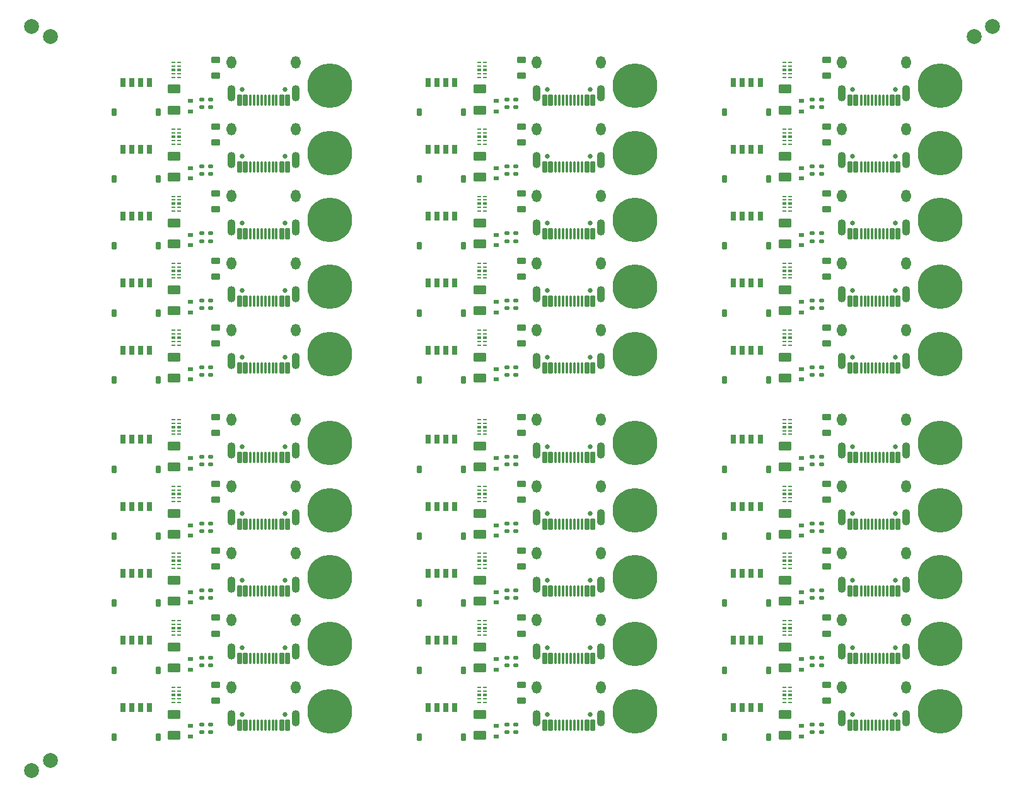
<source format=gts>
G04 #@! TF.GenerationSoftware,KiCad,Pcbnew,(6.0.11)*
G04 #@! TF.CreationDate,2023-02-11T18:44:03+01:00*
G04 #@! TF.ProjectId,udb-s-panel,7564622d-732d-4706-916e-656c2e6b6963,rev?*
G04 #@! TF.SameCoordinates,Original*
G04 #@! TF.FileFunction,Soldermask,Top*
G04 #@! TF.FilePolarity,Negative*
%FSLAX46Y46*%
G04 Gerber Fmt 4.6, Leading zero omitted, Abs format (unit mm)*
G04 Created by KiCad (PCBNEW (6.0.11)) date 2023-02-11 18:44:03*
%MOMM*%
%LPD*%
G01*
G04 APERTURE LIST*
G04 Aperture macros list*
%AMRoundRect*
0 Rectangle with rounded corners*
0 $1 Rounding radius*
0 $2 $3 $4 $5 $6 $7 $8 $9 X,Y pos of 4 corners*
0 Add a 4 corners polygon primitive as box body*
4,1,4,$2,$3,$4,$5,$6,$7,$8,$9,$2,$3,0*
0 Add four circle primitives for the rounded corners*
1,1,$1+$1,$2,$3*
1,1,$1+$1,$4,$5*
1,1,$1+$1,$6,$7*
1,1,$1+$1,$8,$9*
0 Add four rect primitives between the rounded corners*
20,1,$1+$1,$2,$3,$4,$5,0*
20,1,$1+$1,$4,$5,$6,$7,0*
20,1,$1+$1,$6,$7,$8,$9,0*
20,1,$1+$1,$8,$9,$2,$3,0*%
G04 Aperture macros list end*
%ADD10C,6.000000*%
%ADD11C,3.600000*%
%ADD12RoundRect,0.135000X0.185000X-0.135000X0.185000X0.135000X-0.185000X0.135000X-0.185000X-0.135000X0*%
%ADD13RoundRect,0.135000X-0.185000X0.135000X-0.185000X-0.135000X0.185000X-0.135000X0.185000X0.135000X0*%
%ADD14C,2.000000*%
%ADD15C,0.650000*%
%ADD16RoundRect,0.060000X0.240000X0.665000X-0.240000X0.665000X-0.240000X-0.665000X0.240000X-0.665000X0*%
%ADD17RoundRect,0.060000X0.090000X0.665000X-0.090000X0.665000X-0.090000X-0.665000X0.090000X-0.665000X0*%
%ADD18O,1.300000X1.700000*%
%ADD19O,1.100000X2.200000*%
%ADD20RoundRect,0.125000X-0.150000X0.000000X-0.150000X0.000000X0.150000X0.000000X0.150000X0.000000X0*%
%ADD21R,0.550000X0.250000*%
%ADD22R,0.550000X0.300000*%
%ADD23RoundRect,0.250000X0.625000X-0.375000X0.625000X0.375000X-0.625000X0.375000X-0.625000X-0.375000X0*%
%ADD24RoundRect,0.100000X-0.250000X-0.400000X0.250000X-0.400000X0.250000X0.400000X-0.250000X0.400000X0*%
%ADD25RoundRect,0.125000X-0.250000X-0.475000X0.250000X-0.475000X0.250000X0.475000X-0.250000X0.475000X0*%
%ADD26RoundRect,0.218750X-0.381250X0.218750X-0.381250X-0.218750X0.381250X-0.218750X0.381250X0.218750X0*%
%ADD27R,0.700000X0.600000*%
G04 APERTURE END LIST*
D10*
G04 #@! TO.C,H1*
X124498604Y10500001D03*
D11*
X124498604Y10500001D03*
G04 #@! TD*
D12*
G04 #@! TO.C,R1*
X26517352Y73667515D03*
X26517352Y74687515D03*
G04 #@! TD*
D13*
G04 #@! TO.C,R2*
X25317352Y74687515D03*
X25317352Y73667515D03*
G04 #@! TD*
G04 #@! TO.C,R2*
X25317352Y92687519D03*
X25317352Y91667519D03*
G04 #@! TD*
D12*
G04 #@! TO.C,R1*
X26517352Y82667517D03*
X26517352Y83687517D03*
G04 #@! TD*
D10*
G04 #@! TO.C,H1*
X83498603Y76500015D03*
D11*
X83498603Y76500015D03*
G04 #@! TD*
D14*
G04 #@! TO.C,REF\u002A\u002A*
X128997205Y101150020D03*
G04 #@! TD*
D13*
G04 #@! TO.C,R2*
X25317352Y17687503D03*
X25317352Y16667503D03*
G04 #@! TD*
D11*
G04 #@! TO.C,H1*
X42498602Y28500005D03*
D10*
X42498602Y28500005D03*
G04 #@! TD*
D15*
G04 #@! TO.C,J1*
X112708604Y76050015D03*
X118488604Y76050015D03*
D16*
X118823604Y74605015D03*
X118048604Y74605015D03*
D17*
X116848604Y74605015D03*
X115848604Y74605015D03*
X115348604Y74605015D03*
X114348604Y74605015D03*
D16*
X112373604Y74605015D03*
X113148604Y74605015D03*
D17*
X113848604Y74605015D03*
X114848604Y74605015D03*
X116348604Y74605015D03*
X117348604Y74605015D03*
D18*
X111278604Y79700015D03*
D19*
X119918604Y75520015D03*
X111278604Y75520015D03*
D18*
X119918604Y79700015D03*
G04 #@! TD*
D15*
G04 #@! TO.C,J1*
X36488602Y10050001D03*
X30708602Y10050001D03*
D16*
X36823602Y8605001D03*
X36048602Y8605001D03*
D17*
X34848602Y8605001D03*
X33848602Y8605001D03*
X33348602Y8605001D03*
X32348602Y8605001D03*
D16*
X30373602Y8605001D03*
X31148602Y8605001D03*
D17*
X31848602Y8605001D03*
X32848602Y8605001D03*
X34348602Y8605001D03*
X35348602Y8605001D03*
D18*
X37918602Y13700001D03*
D19*
X37918602Y9520001D03*
X29278602Y9520001D03*
D18*
X29278602Y13700001D03*
G04 #@! TD*
D10*
G04 #@! TO.C,H1*
X83498603Y67500013D03*
D11*
X83498603Y67500013D03*
G04 #@! TD*
D14*
G04 #@! TO.C,REF\u002A\u002A*
X5000000Y101150020D03*
G04 #@! TD*
D20*
G04 #@! TO.C,U1*
X21532352Y79677515D03*
D21*
X21532352Y79177515D03*
D22*
X21532352Y78677515D03*
D21*
X21532352Y78177515D03*
X21532352Y77677515D03*
X22302352Y77677515D03*
X22302352Y78177515D03*
D22*
X22302352Y78677515D03*
D21*
X22302352Y79177515D03*
X22302352Y79677515D03*
G04 #@! TD*
D23*
G04 #@! TO.C,F1*
X103617354Y91277519D03*
X103617354Y94077519D03*
G04 #@! TD*
D24*
G04 #@! TO.C,J2*
X19448602Y34000007D03*
D25*
X15898602Y38000007D03*
X17098602Y38000007D03*
X14698602Y38000007D03*
D24*
X13548602Y34000007D03*
D25*
X18298602Y38000007D03*
G04 #@! TD*
D13*
G04 #@! TO.C,R2*
X25317352Y8687501D03*
X25317352Y7667501D03*
G04 #@! TD*
D12*
G04 #@! TO.C,R1*
X67517353Y7667501D03*
X67517353Y8687501D03*
G04 #@! TD*
G04 #@! TO.C,R1*
X67517353Y34667507D03*
X67517353Y35687507D03*
G04 #@! TD*
D15*
G04 #@! TO.C,J1*
X118488604Y58050011D03*
X112708604Y58050011D03*
D16*
X118823604Y56605011D03*
X118048604Y56605011D03*
D17*
X116848604Y56605011D03*
X115848604Y56605011D03*
X115348604Y56605011D03*
X114348604Y56605011D03*
D16*
X112373604Y56605011D03*
X113148604Y56605011D03*
D17*
X113848604Y56605011D03*
X114848604Y56605011D03*
X116348604Y56605011D03*
X117348604Y56605011D03*
D19*
X119918604Y57520011D03*
X111278604Y57520011D03*
D18*
X111278604Y61700011D03*
X119918604Y61700011D03*
G04 #@! TD*
D26*
G04 #@! TO.C,FB1*
X27217352Y80040015D03*
X27217352Y77915015D03*
G04 #@! TD*
D10*
G04 #@! TO.C,H1*
X124498604Y28500005D03*
D11*
X124498604Y28500005D03*
G04 #@! TD*
G04 #@! TO.C,H1*
X42498602Y67500013D03*
D10*
X42498602Y67500013D03*
G04 #@! TD*
D11*
G04 #@! TO.C,H1*
X42498602Y37500007D03*
D10*
X42498602Y37500007D03*
G04 #@! TD*
D26*
G04 #@! TO.C,FB1*
X68217353Y89040017D03*
X68217353Y86915017D03*
G04 #@! TD*
D13*
G04 #@! TO.C,R2*
X25317352Y83687517D03*
X25317352Y82667517D03*
G04 #@! TD*
D15*
G04 #@! TO.C,J1*
X30708602Y19050003D03*
X36488602Y19050003D03*
D16*
X36823602Y17605003D03*
X36048602Y17605003D03*
D17*
X34848602Y17605003D03*
X33848602Y17605003D03*
X33348602Y17605003D03*
X32348602Y17605003D03*
D16*
X30373602Y17605003D03*
X31148602Y17605003D03*
D17*
X31848602Y17605003D03*
X32848602Y17605003D03*
X34348602Y17605003D03*
X35348602Y17605003D03*
D19*
X37918602Y18520003D03*
D18*
X29278602Y22700003D03*
D19*
X29278602Y18520003D03*
D18*
X37918602Y22700003D03*
G04 #@! TD*
D27*
G04 #@! TO.C,D1*
X64817353Y73077515D03*
X64817353Y74477515D03*
G04 #@! TD*
D25*
G04 #@! TO.C,J2*
X17098602Y77000015D03*
X14698602Y77000015D03*
D24*
X13548602Y73000015D03*
D25*
X15898602Y77000015D03*
D24*
X19448602Y73000015D03*
D25*
X18298602Y77000015D03*
G04 #@! TD*
D12*
G04 #@! TO.C,R1*
X67517353Y91667519D03*
X67517353Y92687519D03*
G04 #@! TD*
D13*
G04 #@! TO.C,R2*
X107317354Y92687519D03*
X107317354Y91667519D03*
G04 #@! TD*
D26*
G04 #@! TO.C,FB1*
X109217354Y23040003D03*
X109217354Y20915003D03*
G04 #@! TD*
G04 #@! TO.C,FB1*
X27217352Y50040009D03*
X27217352Y47915009D03*
G04 #@! TD*
D20*
G04 #@! TO.C,U1*
X62532353Y31677505D03*
D21*
X62532353Y31177505D03*
D22*
X62532353Y30677505D03*
D21*
X62532353Y30177505D03*
X62532353Y29677505D03*
X63302353Y29677505D03*
X63302353Y30177505D03*
D22*
X63302353Y30677505D03*
D21*
X63302353Y31177505D03*
X63302353Y31677505D03*
G04 #@! TD*
D15*
G04 #@! TO.C,J1*
X30708602Y58050011D03*
X36488602Y58050011D03*
D16*
X36823602Y56605011D03*
X36048602Y56605011D03*
D17*
X34848602Y56605011D03*
X33848602Y56605011D03*
X33348602Y56605011D03*
X32348602Y56605011D03*
D16*
X30373602Y56605011D03*
X31148602Y56605011D03*
D17*
X31848602Y56605011D03*
X32848602Y56605011D03*
X34348602Y56605011D03*
X35348602Y56605011D03*
D18*
X37918602Y61700011D03*
X29278602Y61700011D03*
D19*
X37918602Y57520011D03*
X29278602Y57520011D03*
G04 #@! TD*
D23*
G04 #@! TO.C,F1*
X62617353Y64277513D03*
X62617353Y67077513D03*
G04 #@! TD*
G04 #@! TO.C,F1*
X103617354Y82277517D03*
X103617354Y85077517D03*
G04 #@! TD*
D20*
G04 #@! TO.C,U1*
X103532354Y22677503D03*
D21*
X103532354Y22177503D03*
D22*
X103532354Y21677503D03*
D21*
X103532354Y21177503D03*
X103532354Y20677503D03*
X104302354Y20677503D03*
X104302354Y21177503D03*
D22*
X104302354Y21677503D03*
D21*
X104302354Y22177503D03*
X104302354Y22677503D03*
G04 #@! TD*
D20*
G04 #@! TO.C,U1*
X103532354Y88677517D03*
D21*
X103532354Y88177517D03*
D22*
X103532354Y87677517D03*
D21*
X103532354Y87177517D03*
X103532354Y86677517D03*
X104302354Y86677517D03*
X104302354Y87177517D03*
D22*
X104302354Y87677517D03*
D21*
X104302354Y88177517D03*
X104302354Y88677517D03*
G04 #@! TD*
D27*
G04 #@! TO.C,D1*
X64817353Y55077511D03*
X64817353Y56477511D03*
G04 #@! TD*
D25*
G04 #@! TO.C,J2*
X96698604Y47000009D03*
X97898604Y47000009D03*
X100298604Y47000009D03*
D24*
X95548604Y43000009D03*
D25*
X99098604Y47000009D03*
D24*
X101448604Y43000009D03*
G04 #@! TD*
D27*
G04 #@! TO.C,D1*
X105817354Y91077519D03*
X105817354Y92477519D03*
G04 #@! TD*
D13*
G04 #@! TO.C,R2*
X66317353Y44687509D03*
X66317353Y43667509D03*
G04 #@! TD*
D23*
G04 #@! TO.C,F1*
X21617352Y7277501D03*
X21617352Y10077501D03*
G04 #@! TD*
D25*
G04 #@! TO.C,J2*
X15898602Y20000003D03*
X17098602Y20000003D03*
D24*
X13548602Y16000003D03*
D25*
X14698602Y20000003D03*
D24*
X19448602Y16000003D03*
D25*
X18298602Y20000003D03*
G04 #@! TD*
D13*
G04 #@! TO.C,R2*
X66317353Y56687511D03*
X66317353Y55667511D03*
G04 #@! TD*
D12*
G04 #@! TO.C,R1*
X26517352Y7667501D03*
X26517352Y8687501D03*
G04 #@! TD*
D23*
G04 #@! TO.C,F1*
X21617352Y43277509D03*
X21617352Y46077509D03*
G04 #@! TD*
D13*
G04 #@! TO.C,R2*
X66317353Y35687507D03*
X66317353Y34667507D03*
G04 #@! TD*
G04 #@! TO.C,R2*
X25317352Y44687509D03*
X25317352Y43667509D03*
G04 #@! TD*
D15*
G04 #@! TO.C,J1*
X36488602Y76050015D03*
X30708602Y76050015D03*
D16*
X36823602Y74605015D03*
X36048602Y74605015D03*
D17*
X34848602Y74605015D03*
X33848602Y74605015D03*
X33348602Y74605015D03*
X32348602Y74605015D03*
D16*
X30373602Y74605015D03*
X31148602Y74605015D03*
D17*
X31848602Y74605015D03*
X32848602Y74605015D03*
X34348602Y74605015D03*
X35348602Y74605015D03*
D19*
X37918602Y75520015D03*
X29278602Y75520015D03*
D18*
X37918602Y79700015D03*
X29278602Y79700015D03*
G04 #@! TD*
D25*
G04 #@! TO.C,J2*
X15898602Y59000011D03*
D24*
X13548602Y55000011D03*
D25*
X14698602Y59000011D03*
X17098602Y59000011D03*
D24*
X19448602Y55000011D03*
D25*
X18298602Y59000011D03*
G04 #@! TD*
D27*
G04 #@! TO.C,D1*
X23817352Y25077505D03*
X23817352Y26477505D03*
G04 #@! TD*
D26*
G04 #@! TO.C,FB1*
X109217354Y32040005D03*
X109217354Y29915005D03*
G04 #@! TD*
D23*
G04 #@! TO.C,F1*
X21617352Y16277503D03*
X21617352Y19077503D03*
G04 #@! TD*
G04 #@! TO.C,F1*
X62617353Y43277509D03*
X62617353Y46077509D03*
G04 #@! TD*
D11*
G04 #@! TO.C,H1*
X42498602Y58500011D03*
D10*
X42498602Y58500011D03*
G04 #@! TD*
D27*
G04 #@! TO.C,D1*
X23817352Y91077519D03*
X23817352Y92477519D03*
G04 #@! TD*
D20*
G04 #@! TO.C,U1*
X21532352Y88677517D03*
D21*
X21532352Y88177517D03*
D22*
X21532352Y87677517D03*
D21*
X21532352Y87177517D03*
X21532352Y86677517D03*
X22302352Y86677517D03*
X22302352Y87177517D03*
D22*
X22302352Y87677517D03*
D21*
X22302352Y88177517D03*
X22302352Y88677517D03*
G04 #@! TD*
D26*
G04 #@! TO.C,FB1*
X68217353Y98040019D03*
X68217353Y95915019D03*
G04 #@! TD*
G04 #@! TO.C,FB1*
X27217352Y98040019D03*
X27217352Y95915019D03*
G04 #@! TD*
D27*
G04 #@! TO.C,D1*
X23817352Y7077501D03*
X23817352Y8477501D03*
G04 #@! TD*
D23*
G04 #@! TO.C,F1*
X21617352Y91277519D03*
X21617352Y94077519D03*
G04 #@! TD*
D26*
G04 #@! TO.C,FB1*
X68217353Y50040009D03*
X68217353Y47915009D03*
G04 #@! TD*
D27*
G04 #@! TO.C,D1*
X105817354Y55077511D03*
X105817354Y56477511D03*
G04 #@! TD*
G04 #@! TO.C,D1*
X23817352Y43077509D03*
X23817352Y44477509D03*
G04 #@! TD*
D12*
G04 #@! TO.C,R1*
X26517352Y34667507D03*
X26517352Y35687507D03*
G04 #@! TD*
D14*
G04 #@! TO.C,REF\u002A\u002A*
X131497205Y102500020D03*
G04 #@! TD*
D15*
G04 #@! TO.C,J1*
X77488603Y94050019D03*
X71708603Y94050019D03*
D16*
X77823603Y92605019D03*
X77048603Y92605019D03*
D17*
X75848603Y92605019D03*
X74848603Y92605019D03*
X74348603Y92605019D03*
X73348603Y92605019D03*
D16*
X71373603Y92605019D03*
X72148603Y92605019D03*
D17*
X72848603Y92605019D03*
X73848603Y92605019D03*
X75348603Y92605019D03*
X76348603Y92605019D03*
D19*
X70278603Y93520019D03*
X78918603Y93520019D03*
D18*
X70278603Y97700019D03*
X78918603Y97700019D03*
G04 #@! TD*
D15*
G04 #@! TO.C,J1*
X36488602Y37050007D03*
X30708602Y37050007D03*
D16*
X36823602Y35605007D03*
X36048602Y35605007D03*
D17*
X34848602Y35605007D03*
X33848602Y35605007D03*
X33348602Y35605007D03*
X32348602Y35605007D03*
D16*
X30373602Y35605007D03*
X31148602Y35605007D03*
D17*
X31848602Y35605007D03*
X32848602Y35605007D03*
X34348602Y35605007D03*
X35348602Y35605007D03*
D18*
X29278602Y40700007D03*
D19*
X29278602Y36520007D03*
D18*
X37918602Y40700007D03*
D19*
X37918602Y36520007D03*
G04 #@! TD*
D20*
G04 #@! TO.C,U1*
X62532353Y49677509D03*
D21*
X62532353Y49177509D03*
D22*
X62532353Y48677509D03*
D21*
X62532353Y48177509D03*
X62532353Y47677509D03*
X63302353Y47677509D03*
X63302353Y48177509D03*
D22*
X63302353Y48677509D03*
D21*
X63302353Y49177509D03*
X63302353Y49677509D03*
G04 #@! TD*
D20*
G04 #@! TO.C,U1*
X103532354Y49677509D03*
D21*
X103532354Y49177509D03*
D22*
X103532354Y48677509D03*
D21*
X103532354Y48177509D03*
X103532354Y47677509D03*
X104302354Y47677509D03*
X104302354Y48177509D03*
D22*
X104302354Y48677509D03*
D21*
X104302354Y49177509D03*
X104302354Y49677509D03*
G04 #@! TD*
D15*
G04 #@! TO.C,J1*
X77488603Y67050013D03*
X71708603Y67050013D03*
D16*
X77823603Y65605013D03*
X77048603Y65605013D03*
D17*
X75848603Y65605013D03*
X74848603Y65605013D03*
X74348603Y65605013D03*
X73348603Y65605013D03*
D16*
X71373603Y65605013D03*
X72148603Y65605013D03*
D17*
X72848603Y65605013D03*
X73848603Y65605013D03*
X75348603Y65605013D03*
X76348603Y65605013D03*
D18*
X70278603Y70700013D03*
X78918603Y70700013D03*
D19*
X78918603Y66520013D03*
X70278603Y66520013D03*
G04 #@! TD*
D12*
G04 #@! TO.C,R1*
X26517352Y55667511D03*
X26517352Y56687511D03*
G04 #@! TD*
D11*
G04 #@! TO.C,H1*
X83498603Y94500019D03*
D10*
X83498603Y94500019D03*
G04 #@! TD*
D26*
G04 #@! TO.C,FB1*
X109217354Y98040019D03*
X109217354Y95915019D03*
G04 #@! TD*
D24*
G04 #@! TO.C,J2*
X101448604Y25000005D03*
X95548604Y25000005D03*
D25*
X100298604Y29000005D03*
X99098604Y29000005D03*
X97898604Y29000005D03*
X96698604Y29000005D03*
G04 #@! TD*
D24*
G04 #@! TO.C,J2*
X95548604Y7000001D03*
D25*
X99098604Y11000001D03*
X96698604Y11000001D03*
D24*
X101448604Y7000001D03*
D25*
X97898604Y11000001D03*
X100298604Y11000001D03*
G04 #@! TD*
D10*
G04 #@! TO.C,H1*
X83498603Y58500011D03*
D11*
X83498603Y58500011D03*
G04 #@! TD*
D10*
G04 #@! TO.C,H1*
X83498603Y10500001D03*
D11*
X83498603Y10500001D03*
G04 #@! TD*
D12*
G04 #@! TO.C,R1*
X26517352Y64667513D03*
X26517352Y65687513D03*
G04 #@! TD*
D26*
G04 #@! TO.C,FB1*
X68217353Y32040005D03*
X68217353Y29915005D03*
G04 #@! TD*
G04 #@! TO.C,FB1*
X27217352Y32040005D03*
X27217352Y29915005D03*
G04 #@! TD*
D27*
G04 #@! TO.C,D1*
X23817352Y64077513D03*
X23817352Y65477513D03*
G04 #@! TD*
D24*
G04 #@! TO.C,J2*
X13548602Y82000017D03*
D25*
X15898602Y86000017D03*
X17098602Y86000017D03*
X18298602Y86000017D03*
D24*
X19448602Y82000017D03*
D25*
X14698602Y86000017D03*
G04 #@! TD*
D15*
G04 #@! TO.C,J1*
X36488602Y67050013D03*
X30708602Y67050013D03*
D16*
X36823602Y65605013D03*
X36048602Y65605013D03*
D17*
X34848602Y65605013D03*
X33848602Y65605013D03*
X33348602Y65605013D03*
X32348602Y65605013D03*
D16*
X30373602Y65605013D03*
X31148602Y65605013D03*
D17*
X31848602Y65605013D03*
X32848602Y65605013D03*
X34348602Y65605013D03*
X35348602Y65605013D03*
D18*
X29278602Y70700013D03*
D19*
X29278602Y66520013D03*
D18*
X37918602Y70700013D03*
D19*
X37918602Y66520013D03*
G04 #@! TD*
D11*
G04 #@! TO.C,H1*
X124498604Y37500007D03*
D10*
X124498604Y37500007D03*
G04 #@! TD*
D26*
G04 #@! TO.C,FB1*
X109217354Y41040007D03*
X109217354Y38915007D03*
G04 #@! TD*
D25*
G04 #@! TO.C,J2*
X15898602Y47000009D03*
D24*
X19448602Y43000009D03*
X13548602Y43000009D03*
D25*
X18298602Y47000009D03*
X17098602Y47000009D03*
X14698602Y47000009D03*
G04 #@! TD*
D26*
G04 #@! TO.C,FB1*
X27217352Y71040013D03*
X27217352Y68915013D03*
G04 #@! TD*
D27*
G04 #@! TO.C,D1*
X64817353Y43077509D03*
X64817353Y44477509D03*
G04 #@! TD*
D13*
G04 #@! TO.C,R2*
X25317352Y35687507D03*
X25317352Y34667507D03*
G04 #@! TD*
G04 #@! TO.C,R2*
X107317354Y74687515D03*
X107317354Y73667515D03*
G04 #@! TD*
D20*
G04 #@! TO.C,U1*
X103532354Y61677511D03*
D21*
X103532354Y61177511D03*
D22*
X103532354Y60677511D03*
D21*
X103532354Y60177511D03*
X103532354Y59677511D03*
X104302354Y59677511D03*
X104302354Y60177511D03*
D22*
X104302354Y60677511D03*
D21*
X104302354Y61177511D03*
X104302354Y61677511D03*
G04 #@! TD*
D10*
G04 #@! TO.C,H1*
X42498602Y76500015D03*
D11*
X42498602Y76500015D03*
G04 #@! TD*
D23*
G04 #@! TO.C,F1*
X21617352Y73277515D03*
X21617352Y76077515D03*
G04 #@! TD*
D27*
G04 #@! TO.C,D1*
X105817354Y34077507D03*
X105817354Y35477507D03*
G04 #@! TD*
D20*
G04 #@! TO.C,U1*
X62532353Y70677513D03*
D21*
X62532353Y70177513D03*
D22*
X62532353Y69677513D03*
D21*
X62532353Y69177513D03*
X62532353Y68677513D03*
X63302353Y68677513D03*
X63302353Y69177513D03*
D22*
X63302353Y69677513D03*
D21*
X63302353Y70177513D03*
X63302353Y70677513D03*
G04 #@! TD*
D10*
G04 #@! TO.C,H1*
X42498602Y10500001D03*
D11*
X42498602Y10500001D03*
G04 #@! TD*
D27*
G04 #@! TO.C,D1*
X105817354Y16077503D03*
X105817354Y17477503D03*
G04 #@! TD*
D13*
G04 #@! TO.C,R2*
X107317354Y8687501D03*
X107317354Y7667501D03*
G04 #@! TD*
D27*
G04 #@! TO.C,D1*
X105817354Y73077515D03*
X105817354Y74477515D03*
G04 #@! TD*
D15*
G04 #@! TO.C,J1*
X112708604Y85050017D03*
X118488604Y85050017D03*
D16*
X118823604Y83605017D03*
X118048604Y83605017D03*
D17*
X116848604Y83605017D03*
X115848604Y83605017D03*
X115348604Y83605017D03*
X114348604Y83605017D03*
D16*
X112373604Y83605017D03*
X113148604Y83605017D03*
D17*
X113848604Y83605017D03*
X114848604Y83605017D03*
X116348604Y83605017D03*
X117348604Y83605017D03*
D18*
X111278604Y88700017D03*
D19*
X119918604Y84520017D03*
X111278604Y84520017D03*
D18*
X119918604Y88700017D03*
G04 #@! TD*
D25*
G04 #@! TO.C,J2*
X97898604Y38000007D03*
D24*
X101448604Y34000007D03*
D25*
X100298604Y38000007D03*
D24*
X95548604Y34000007D03*
D25*
X99098604Y38000007D03*
X96698604Y38000007D03*
G04 #@! TD*
D27*
G04 #@! TO.C,D1*
X23817352Y16077503D03*
X23817352Y17477503D03*
G04 #@! TD*
D12*
G04 #@! TO.C,R1*
X108517354Y25667505D03*
X108517354Y26687505D03*
G04 #@! TD*
D27*
G04 #@! TO.C,D1*
X105817354Y64077513D03*
X105817354Y65477513D03*
G04 #@! TD*
D20*
G04 #@! TO.C,U1*
X103532354Y97677519D03*
D21*
X103532354Y97177519D03*
D22*
X103532354Y96677519D03*
D21*
X103532354Y96177519D03*
X103532354Y95677519D03*
X104302354Y95677519D03*
X104302354Y96177519D03*
D22*
X104302354Y96677519D03*
D21*
X104302354Y97177519D03*
X104302354Y97677519D03*
G04 #@! TD*
D20*
G04 #@! TO.C,U1*
X21532352Y22677503D03*
D21*
X21532352Y22177503D03*
D22*
X21532352Y21677503D03*
D21*
X21532352Y21177503D03*
X21532352Y20677503D03*
X22302352Y20677503D03*
X22302352Y21177503D03*
D22*
X22302352Y21677503D03*
D21*
X22302352Y22177503D03*
X22302352Y22677503D03*
G04 #@! TD*
D25*
G04 #@! TO.C,J2*
X56898603Y47000009D03*
D24*
X60448603Y43000009D03*
X54548603Y43000009D03*
D25*
X55698603Y47000009D03*
X58098603Y47000009D03*
X59298603Y47000009D03*
G04 #@! TD*
D13*
G04 #@! TO.C,R2*
X107317354Y44687509D03*
X107317354Y43667509D03*
G04 #@! TD*
D23*
G04 #@! TO.C,F1*
X62617353Y73277515D03*
X62617353Y76077515D03*
G04 #@! TD*
D10*
G04 #@! TO.C,H1*
X42498602Y19500003D03*
D11*
X42498602Y19500003D03*
G04 #@! TD*
D23*
G04 #@! TO.C,F1*
X62617353Y34277507D03*
X62617353Y37077507D03*
G04 #@! TD*
D20*
G04 #@! TO.C,U1*
X21532352Y70677513D03*
D21*
X21532352Y70177513D03*
D22*
X21532352Y69677513D03*
D21*
X21532352Y69177513D03*
X21532352Y68677513D03*
X22302352Y68677513D03*
X22302352Y69177513D03*
D22*
X22302352Y69677513D03*
D21*
X22302352Y70177513D03*
X22302352Y70677513D03*
G04 #@! TD*
D26*
G04 #@! TO.C,FB1*
X68217353Y14040001D03*
X68217353Y11915001D03*
G04 #@! TD*
D12*
G04 #@! TO.C,R1*
X108517354Y64667513D03*
X108517354Y65687513D03*
G04 #@! TD*
D23*
G04 #@! TO.C,F1*
X103617354Y25277505D03*
X103617354Y28077505D03*
G04 #@! TD*
D26*
G04 #@! TO.C,FB1*
X27217352Y14040001D03*
X27217352Y11915001D03*
G04 #@! TD*
D23*
G04 #@! TO.C,F1*
X62617353Y55277511D03*
X62617353Y58077511D03*
G04 #@! TD*
D12*
G04 #@! TO.C,R1*
X26517352Y91667519D03*
X26517352Y92687519D03*
G04 #@! TD*
D26*
G04 #@! TO.C,FB1*
X68217353Y71040013D03*
X68217353Y68915013D03*
G04 #@! TD*
D23*
G04 #@! TO.C,F1*
X62617353Y25277505D03*
X62617353Y28077505D03*
G04 #@! TD*
D27*
G04 #@! TO.C,D1*
X64817353Y16077503D03*
X64817353Y17477503D03*
G04 #@! TD*
D15*
G04 #@! TO.C,J1*
X30708602Y94050019D03*
X36488602Y94050019D03*
D16*
X36823602Y92605019D03*
X36048602Y92605019D03*
D17*
X34848602Y92605019D03*
X33848602Y92605019D03*
X33348602Y92605019D03*
X32348602Y92605019D03*
D16*
X30373602Y92605019D03*
X31148602Y92605019D03*
D17*
X31848602Y92605019D03*
X32848602Y92605019D03*
X34348602Y92605019D03*
X35348602Y92605019D03*
D18*
X37918602Y97700019D03*
D19*
X29278602Y93520019D03*
D18*
X29278602Y97700019D03*
D19*
X37918602Y93520019D03*
G04 #@! TD*
D12*
G04 #@! TO.C,R1*
X67517353Y55667511D03*
X67517353Y56687511D03*
G04 #@! TD*
G04 #@! TO.C,R1*
X108517354Y91667519D03*
X108517354Y92687519D03*
G04 #@! TD*
G04 #@! TO.C,R1*
X108517354Y43667509D03*
X108517354Y44687509D03*
G04 #@! TD*
G04 #@! TO.C,R1*
X67517353Y64667513D03*
X67517353Y65687513D03*
G04 #@! TD*
D25*
G04 #@! TO.C,J2*
X58098603Y38000007D03*
D24*
X60448603Y34000007D03*
X54548603Y34000007D03*
D25*
X59298603Y38000007D03*
X55698603Y38000007D03*
X56898603Y38000007D03*
G04 #@! TD*
D15*
G04 #@! TO.C,J1*
X77488603Y10050001D03*
X71708603Y10050001D03*
D16*
X77823603Y8605001D03*
X77048603Y8605001D03*
D17*
X75848603Y8605001D03*
X74848603Y8605001D03*
X74348603Y8605001D03*
X73348603Y8605001D03*
D16*
X71373603Y8605001D03*
X72148603Y8605001D03*
D17*
X72848603Y8605001D03*
X73848603Y8605001D03*
X75348603Y8605001D03*
X76348603Y8605001D03*
D18*
X70278603Y13700001D03*
D19*
X70278603Y9520001D03*
D18*
X78918603Y13700001D03*
D19*
X78918603Y9520001D03*
G04 #@! TD*
D25*
G04 #@! TO.C,J2*
X18298602Y95000019D03*
X14698602Y95000019D03*
X17098602Y95000019D03*
X15898602Y95000019D03*
D24*
X19448602Y91000019D03*
X13548602Y91000019D03*
G04 #@! TD*
D12*
G04 #@! TO.C,R1*
X108517354Y82667517D03*
X108517354Y83687517D03*
G04 #@! TD*
D27*
G04 #@! TO.C,D1*
X23817352Y34077507D03*
X23817352Y35477507D03*
G04 #@! TD*
G04 #@! TO.C,D1*
X105817354Y43077509D03*
X105817354Y44477509D03*
G04 #@! TD*
D23*
G04 #@! TO.C,F1*
X21617352Y55277511D03*
X21617352Y58077511D03*
G04 #@! TD*
D26*
G04 #@! TO.C,FB1*
X27217352Y62040011D03*
X27217352Y59915011D03*
G04 #@! TD*
D15*
G04 #@! TO.C,J1*
X112708604Y67050013D03*
X118488604Y67050013D03*
D16*
X118823604Y65605013D03*
X118048604Y65605013D03*
D17*
X116848604Y65605013D03*
X115848604Y65605013D03*
X115348604Y65605013D03*
X114348604Y65605013D03*
D16*
X112373604Y65605013D03*
X113148604Y65605013D03*
D17*
X113848604Y65605013D03*
X114848604Y65605013D03*
X116348604Y65605013D03*
X117348604Y65605013D03*
D18*
X119918604Y70700013D03*
D19*
X111278604Y66520013D03*
D18*
X111278604Y70700013D03*
D19*
X119918604Y66520013D03*
G04 #@! TD*
D23*
G04 #@! TO.C,F1*
X21617352Y64277513D03*
X21617352Y67077513D03*
G04 #@! TD*
D27*
G04 #@! TO.C,D1*
X105817354Y7077501D03*
X105817354Y8477501D03*
G04 #@! TD*
D23*
G04 #@! TO.C,F1*
X62617353Y91277519D03*
X62617353Y94077519D03*
G04 #@! TD*
D26*
G04 #@! TO.C,FB1*
X109217354Y89040017D03*
X109217354Y86915017D03*
G04 #@! TD*
D25*
G04 #@! TO.C,J2*
X58098603Y86000017D03*
D24*
X60448603Y82000017D03*
D25*
X55698603Y86000017D03*
X59298603Y86000017D03*
D24*
X54548603Y82000017D03*
D25*
X56898603Y86000017D03*
G04 #@! TD*
D12*
G04 #@! TO.C,R1*
X67517353Y82667517D03*
X67517353Y83687517D03*
G04 #@! TD*
D27*
G04 #@! TO.C,D1*
X64817353Y25077505D03*
X64817353Y26477505D03*
G04 #@! TD*
D15*
G04 #@! TO.C,J1*
X112708604Y28050005D03*
X118488604Y28050005D03*
D16*
X118823604Y26605005D03*
X118048604Y26605005D03*
D17*
X116848604Y26605005D03*
X115848604Y26605005D03*
X115348604Y26605005D03*
X114348604Y26605005D03*
D16*
X112373604Y26605005D03*
X113148604Y26605005D03*
D17*
X113848604Y26605005D03*
X114848604Y26605005D03*
X116348604Y26605005D03*
X117348604Y26605005D03*
D19*
X111278604Y27520005D03*
X119918604Y27520005D03*
D18*
X119918604Y31700005D03*
X111278604Y31700005D03*
G04 #@! TD*
D13*
G04 #@! TO.C,R2*
X66317353Y92687519D03*
X66317353Y91667519D03*
G04 #@! TD*
D23*
G04 #@! TO.C,F1*
X62617353Y7277501D03*
X62617353Y10077501D03*
G04 #@! TD*
D26*
G04 #@! TO.C,FB1*
X68217353Y23040003D03*
X68217353Y20915003D03*
G04 #@! TD*
D25*
G04 #@! TO.C,J2*
X96698604Y20000003D03*
X100298604Y20000003D03*
D24*
X95548604Y16000003D03*
D25*
X99098604Y20000003D03*
D24*
X101448604Y16000003D03*
D25*
X97898604Y20000003D03*
G04 #@! TD*
D13*
G04 #@! TO.C,R2*
X66317353Y65687513D03*
X66317353Y64667513D03*
G04 #@! TD*
D23*
G04 #@! TO.C,F1*
X21617352Y82277517D03*
X21617352Y85077517D03*
G04 #@! TD*
D15*
G04 #@! TO.C,J1*
X36488602Y46050009D03*
X30708602Y46050009D03*
D16*
X36823602Y44605009D03*
X36048602Y44605009D03*
D17*
X34848602Y44605009D03*
X33848602Y44605009D03*
X33348602Y44605009D03*
X32348602Y44605009D03*
D16*
X30373602Y44605009D03*
X31148602Y44605009D03*
D17*
X31848602Y44605009D03*
X32848602Y44605009D03*
X34348602Y44605009D03*
X35348602Y44605009D03*
D18*
X29278602Y49700009D03*
X37918602Y49700009D03*
D19*
X29278602Y45520009D03*
X37918602Y45520009D03*
G04 #@! TD*
D27*
G04 #@! TO.C,D1*
X23817352Y73077515D03*
X23817352Y74477515D03*
G04 #@! TD*
D20*
G04 #@! TO.C,U1*
X103532354Y79677515D03*
D21*
X103532354Y79177515D03*
D22*
X103532354Y78677515D03*
D21*
X103532354Y78177515D03*
X103532354Y77677515D03*
X104302354Y77677515D03*
X104302354Y78177515D03*
D22*
X104302354Y78677515D03*
D21*
X104302354Y79177515D03*
X104302354Y79677515D03*
G04 #@! TD*
D23*
G04 #@! TO.C,F1*
X103617354Y43277509D03*
X103617354Y46077509D03*
G04 #@! TD*
D20*
G04 #@! TO.C,U1*
X62532353Y79677515D03*
D21*
X62532353Y79177515D03*
D22*
X62532353Y78677515D03*
D21*
X62532353Y78177515D03*
X62532353Y77677515D03*
X63302353Y77677515D03*
X63302353Y78177515D03*
D22*
X63302353Y78677515D03*
D21*
X63302353Y79177515D03*
X63302353Y79677515D03*
G04 #@! TD*
D27*
G04 #@! TO.C,D1*
X105817354Y82077517D03*
X105817354Y83477517D03*
G04 #@! TD*
D26*
G04 #@! TO.C,FB1*
X27217352Y23040003D03*
X27217352Y20915003D03*
G04 #@! TD*
G04 #@! TO.C,FB1*
X109217354Y71040013D03*
X109217354Y68915013D03*
G04 #@! TD*
D25*
G04 #@! TO.C,J2*
X99098604Y95000019D03*
X96698604Y95000019D03*
X97898604Y95000019D03*
X100298604Y95000019D03*
D24*
X101448604Y91000019D03*
X95548604Y91000019D03*
G04 #@! TD*
D15*
G04 #@! TO.C,J1*
X77488603Y19050003D03*
X71708603Y19050003D03*
D16*
X77823603Y17605003D03*
X77048603Y17605003D03*
D17*
X75848603Y17605003D03*
X74848603Y17605003D03*
X74348603Y17605003D03*
X73348603Y17605003D03*
D16*
X71373603Y17605003D03*
X72148603Y17605003D03*
D17*
X72848603Y17605003D03*
X73848603Y17605003D03*
X75348603Y17605003D03*
X76348603Y17605003D03*
D19*
X70278603Y18520003D03*
D18*
X70278603Y22700003D03*
X78918603Y22700003D03*
D19*
X78918603Y18520003D03*
G04 #@! TD*
D13*
G04 #@! TO.C,R2*
X66317353Y83687517D03*
X66317353Y82667517D03*
G04 #@! TD*
D11*
G04 #@! TO.C,H1*
X124498604Y76500015D03*
D10*
X124498604Y76500015D03*
G04 #@! TD*
D11*
G04 #@! TO.C,H1*
X83498603Y37500007D03*
D10*
X83498603Y37500007D03*
G04 #@! TD*
D13*
G04 #@! TO.C,R2*
X107317354Y83687517D03*
X107317354Y82667517D03*
G04 #@! TD*
D12*
G04 #@! TO.C,R1*
X26517352Y43667509D03*
X26517352Y44687509D03*
G04 #@! TD*
D23*
G04 #@! TO.C,F1*
X62617353Y16277503D03*
X62617353Y19077503D03*
G04 #@! TD*
D15*
G04 #@! TO.C,J1*
X112708604Y94050019D03*
X118488604Y94050019D03*
D16*
X118823604Y92605019D03*
X118048604Y92605019D03*
D17*
X116848604Y92605019D03*
X115848604Y92605019D03*
X115348604Y92605019D03*
X114348604Y92605019D03*
D16*
X112373604Y92605019D03*
X113148604Y92605019D03*
D17*
X113848604Y92605019D03*
X114848604Y92605019D03*
X116348604Y92605019D03*
X117348604Y92605019D03*
D18*
X119918604Y97700019D03*
X111278604Y97700019D03*
D19*
X111278604Y93520019D03*
X119918604Y93520019D03*
G04 #@! TD*
D13*
G04 #@! TO.C,R2*
X66317353Y74687515D03*
X66317353Y73667515D03*
G04 #@! TD*
D10*
G04 #@! TO.C,H1*
X42498602Y46500009D03*
D11*
X42498602Y46500009D03*
G04 #@! TD*
D23*
G04 #@! TO.C,F1*
X62617353Y82277517D03*
X62617353Y85077517D03*
G04 #@! TD*
D20*
G04 #@! TO.C,U1*
X62532353Y88677517D03*
D21*
X62532353Y88177517D03*
D22*
X62532353Y87677517D03*
D21*
X62532353Y87177517D03*
X62532353Y86677517D03*
X63302353Y86677517D03*
X63302353Y87177517D03*
D22*
X63302353Y87677517D03*
D21*
X63302353Y88177517D03*
X63302353Y88677517D03*
G04 #@! TD*
D15*
G04 #@! TO.C,J1*
X71708603Y37050007D03*
X77488603Y37050007D03*
D16*
X77823603Y35605007D03*
X77048603Y35605007D03*
D17*
X75848603Y35605007D03*
X74848603Y35605007D03*
X74348603Y35605007D03*
X73348603Y35605007D03*
D16*
X71373603Y35605007D03*
X72148603Y35605007D03*
D17*
X72848603Y35605007D03*
X73848603Y35605007D03*
X75348603Y35605007D03*
X76348603Y35605007D03*
D18*
X70278603Y40700007D03*
D19*
X70278603Y36520007D03*
X78918603Y36520007D03*
D18*
X78918603Y40700007D03*
G04 #@! TD*
D13*
G04 #@! TO.C,R2*
X107317354Y56687511D03*
X107317354Y55667511D03*
G04 #@! TD*
D20*
G04 #@! TO.C,U1*
X21532352Y40677507D03*
D21*
X21532352Y40177507D03*
D22*
X21532352Y39677507D03*
D21*
X21532352Y39177507D03*
X21532352Y38677507D03*
X22302352Y38677507D03*
X22302352Y39177507D03*
D22*
X22302352Y39677507D03*
D21*
X22302352Y40177507D03*
X22302352Y40677507D03*
G04 #@! TD*
D12*
G04 #@! TO.C,R1*
X108517354Y7667501D03*
X108517354Y8687501D03*
G04 #@! TD*
D27*
G04 #@! TO.C,D1*
X64817353Y7077501D03*
X64817353Y8477501D03*
G04 #@! TD*
D20*
G04 #@! TO.C,U1*
X103532354Y40677507D03*
D21*
X103532354Y40177507D03*
D22*
X103532354Y39677507D03*
D21*
X103532354Y39177507D03*
X103532354Y38677507D03*
X104302354Y38677507D03*
X104302354Y39177507D03*
D22*
X104302354Y39677507D03*
D21*
X104302354Y40177507D03*
X104302354Y40677507D03*
G04 #@! TD*
D10*
G04 #@! TO.C,H1*
X124498604Y67500013D03*
D11*
X124498604Y67500013D03*
G04 #@! TD*
D25*
G04 #@! TO.C,J2*
X58098603Y20000003D03*
D24*
X60448603Y16000003D03*
X54548603Y16000003D03*
D25*
X56898603Y20000003D03*
X59298603Y20000003D03*
X55698603Y20000003D03*
G04 #@! TD*
D20*
G04 #@! TO.C,U1*
X62532353Y40677507D03*
D21*
X62532353Y40177507D03*
D22*
X62532353Y39677507D03*
D21*
X62532353Y39177507D03*
X62532353Y38677507D03*
X63302353Y38677507D03*
X63302353Y39177507D03*
D22*
X63302353Y39677507D03*
D21*
X63302353Y40177507D03*
X63302353Y40677507D03*
G04 #@! TD*
D20*
G04 #@! TO.C,U1*
X21532352Y97677519D03*
D21*
X21532352Y97177519D03*
D22*
X21532352Y96677519D03*
D21*
X21532352Y96177519D03*
X21532352Y95677519D03*
X22302352Y95677519D03*
X22302352Y96177519D03*
D22*
X22302352Y96677519D03*
D21*
X22302352Y97177519D03*
X22302352Y97677519D03*
G04 #@! TD*
D12*
G04 #@! TO.C,R1*
X108517354Y55667511D03*
X108517354Y56687511D03*
G04 #@! TD*
D25*
G04 #@! TO.C,J2*
X96698604Y86000017D03*
X99098604Y86000017D03*
X100298604Y86000017D03*
X97898604Y86000017D03*
D24*
X95548604Y82000017D03*
X101448604Y82000017D03*
G04 #@! TD*
D15*
G04 #@! TO.C,J1*
X112708604Y10050001D03*
X118488604Y10050001D03*
D16*
X118823604Y8605001D03*
X118048604Y8605001D03*
D17*
X116848604Y8605001D03*
X115848604Y8605001D03*
X115348604Y8605001D03*
X114348604Y8605001D03*
D16*
X112373604Y8605001D03*
X113148604Y8605001D03*
D17*
X113848604Y8605001D03*
X114848604Y8605001D03*
X116348604Y8605001D03*
X117348604Y8605001D03*
D18*
X119918604Y13700001D03*
X111278604Y13700001D03*
D19*
X119918604Y9520001D03*
X111278604Y9520001D03*
G04 #@! TD*
D26*
G04 #@! TO.C,FB1*
X68217353Y62040011D03*
X68217353Y59915011D03*
G04 #@! TD*
D12*
G04 #@! TO.C,R1*
X67517353Y25667505D03*
X67517353Y26687505D03*
G04 #@! TD*
D11*
G04 #@! TO.C,H1*
X83498603Y46500009D03*
D10*
X83498603Y46500009D03*
G04 #@! TD*
D27*
G04 #@! TO.C,D1*
X64817353Y64077513D03*
X64817353Y65477513D03*
G04 #@! TD*
G04 #@! TO.C,D1*
X64817353Y34077507D03*
X64817353Y35477507D03*
G04 #@! TD*
D13*
G04 #@! TO.C,R2*
X107317354Y17687503D03*
X107317354Y16667503D03*
G04 #@! TD*
D23*
G04 #@! TO.C,F1*
X103617354Y16277503D03*
X103617354Y19077503D03*
G04 #@! TD*
D26*
G04 #@! TO.C,FB1*
X109217354Y50040009D03*
X109217354Y47915009D03*
G04 #@! TD*
D11*
G04 #@! TO.C,H1*
X83498603Y28500005D03*
D10*
X83498603Y28500005D03*
G04 #@! TD*
G04 #@! TO.C,H1*
X124498604Y58500011D03*
D11*
X124498604Y58500011D03*
G04 #@! TD*
D20*
G04 #@! TO.C,U1*
X103532354Y31677505D03*
D21*
X103532354Y31177505D03*
D22*
X103532354Y30677505D03*
D21*
X103532354Y30177505D03*
X103532354Y29677505D03*
X104302354Y29677505D03*
X104302354Y30177505D03*
D22*
X104302354Y30677505D03*
D21*
X104302354Y31177505D03*
X104302354Y31677505D03*
G04 #@! TD*
D11*
G04 #@! TO.C,H1*
X124498604Y46500009D03*
D10*
X124498604Y46500009D03*
G04 #@! TD*
D26*
G04 #@! TO.C,FB1*
X109217354Y62040011D03*
X109217354Y59915011D03*
G04 #@! TD*
D13*
G04 #@! TO.C,R2*
X107317354Y65687513D03*
X107317354Y64667513D03*
G04 #@! TD*
D25*
G04 #@! TO.C,J2*
X58098603Y68000013D03*
D24*
X60448603Y64000013D03*
D25*
X55698603Y68000013D03*
D24*
X54548603Y64000013D03*
D25*
X56898603Y68000013D03*
X59298603Y68000013D03*
G04 #@! TD*
D20*
G04 #@! TO.C,U1*
X62532353Y22677503D03*
D21*
X62532353Y22177503D03*
D22*
X62532353Y21677503D03*
D21*
X62532353Y21177503D03*
X62532353Y20677503D03*
X63302353Y20677503D03*
X63302353Y21177503D03*
D22*
X63302353Y21677503D03*
D21*
X63302353Y22177503D03*
X63302353Y22677503D03*
G04 #@! TD*
D26*
G04 #@! TO.C,FB1*
X109217354Y14040001D03*
X109217354Y11915001D03*
G04 #@! TD*
D20*
G04 #@! TO.C,U1*
X62532353Y61677511D03*
D21*
X62532353Y61177511D03*
D22*
X62532353Y60677511D03*
D21*
X62532353Y60177511D03*
X62532353Y59677511D03*
X63302353Y59677511D03*
X63302353Y60177511D03*
D22*
X63302353Y60677511D03*
D21*
X63302353Y61177511D03*
X63302353Y61677511D03*
G04 #@! TD*
D12*
G04 #@! TO.C,R1*
X108517354Y16667503D03*
X108517354Y17687503D03*
G04 #@! TD*
D23*
G04 #@! TO.C,F1*
X103617354Y64277513D03*
X103617354Y67077513D03*
G04 #@! TD*
D25*
G04 #@! TO.C,J2*
X59298603Y11000001D03*
X58098603Y11000001D03*
D24*
X60448603Y7000001D03*
D25*
X56898603Y11000001D03*
X55698603Y11000001D03*
D24*
X54548603Y7000001D03*
G04 #@! TD*
D13*
G04 #@! TO.C,R2*
X66317353Y17687503D03*
X66317353Y16667503D03*
G04 #@! TD*
D26*
G04 #@! TO.C,FB1*
X68217353Y41040007D03*
X68217353Y38915007D03*
G04 #@! TD*
D25*
G04 #@! TO.C,J2*
X100298604Y59000011D03*
X97898604Y59000011D03*
X99098604Y59000011D03*
D24*
X95548604Y55000011D03*
D25*
X96698604Y59000011D03*
D24*
X101448604Y55000011D03*
G04 #@! TD*
D13*
G04 #@! TO.C,R2*
X25317352Y65687513D03*
X25317352Y64667513D03*
G04 #@! TD*
D25*
G04 #@! TO.C,J2*
X58098603Y29000005D03*
D24*
X60448603Y25000005D03*
D25*
X56898603Y29000005D03*
X59298603Y29000005D03*
D24*
X54548603Y25000005D03*
D25*
X55698603Y29000005D03*
G04 #@! TD*
D12*
G04 #@! TO.C,R1*
X26517352Y16667503D03*
X26517352Y17687503D03*
G04 #@! TD*
D11*
G04 #@! TO.C,H1*
X83498603Y19500003D03*
D10*
X83498603Y19500003D03*
G04 #@! TD*
D14*
G04 #@! TO.C,REF\u002A\u002A*
X2500000Y102500020D03*
G04 #@! TD*
D12*
G04 #@! TO.C,R1*
X108517354Y34667507D03*
X108517354Y35687507D03*
G04 #@! TD*
G04 #@! TO.C,R1*
X67517353Y43667509D03*
X67517353Y44687509D03*
G04 #@! TD*
D27*
G04 #@! TO.C,D1*
X64817353Y82077517D03*
X64817353Y83477517D03*
G04 #@! TD*
G04 #@! TO.C,D1*
X64817353Y91077519D03*
X64817353Y92477519D03*
G04 #@! TD*
D10*
G04 #@! TO.C,H1*
X42498602Y94500019D03*
D11*
X42498602Y94500019D03*
G04 #@! TD*
D14*
G04 #@! TO.C,REF\u002A\u002A*
X5000000Y3850000D03*
G04 #@! TD*
D23*
G04 #@! TO.C,F1*
X21617352Y34277507D03*
X21617352Y37077507D03*
G04 #@! TD*
D15*
G04 #@! TO.C,J1*
X30708602Y85050017D03*
X36488602Y85050017D03*
D16*
X36823602Y83605017D03*
X36048602Y83605017D03*
D17*
X34848602Y83605017D03*
X33848602Y83605017D03*
X33348602Y83605017D03*
X32348602Y83605017D03*
D16*
X30373602Y83605017D03*
X31148602Y83605017D03*
D17*
X31848602Y83605017D03*
X32848602Y83605017D03*
X34348602Y83605017D03*
X35348602Y83605017D03*
D18*
X37918602Y88700017D03*
X29278602Y88700017D03*
D19*
X37918602Y84520017D03*
X29278602Y84520017D03*
G04 #@! TD*
D20*
G04 #@! TO.C,U1*
X62532353Y13677501D03*
D21*
X62532353Y13177501D03*
D22*
X62532353Y12677501D03*
D21*
X62532353Y12177501D03*
X62532353Y11677501D03*
X63302353Y11677501D03*
X63302353Y12177501D03*
D22*
X63302353Y12677501D03*
D21*
X63302353Y13177501D03*
X63302353Y13677501D03*
G04 #@! TD*
D20*
G04 #@! TO.C,U1*
X21532352Y13677501D03*
D21*
X21532352Y13177501D03*
D22*
X21532352Y12677501D03*
D21*
X21532352Y12177501D03*
X21532352Y11677501D03*
X22302352Y11677501D03*
X22302352Y12177501D03*
D22*
X22302352Y12677501D03*
D21*
X22302352Y13177501D03*
X22302352Y13677501D03*
G04 #@! TD*
D10*
G04 #@! TO.C,H1*
X83498603Y85500017D03*
D11*
X83498603Y85500017D03*
G04 #@! TD*
D27*
G04 #@! TO.C,D1*
X105817354Y25077505D03*
X105817354Y26477505D03*
G04 #@! TD*
D26*
G04 #@! TO.C,FB1*
X109217354Y80040015D03*
X109217354Y77915015D03*
G04 #@! TD*
D13*
G04 #@! TO.C,R2*
X25317352Y56687511D03*
X25317352Y55667511D03*
G04 #@! TD*
D26*
G04 #@! TO.C,FB1*
X68217353Y80040015D03*
X68217353Y77915015D03*
G04 #@! TD*
D12*
G04 #@! TO.C,R1*
X67517353Y73667515D03*
X67517353Y74687515D03*
G04 #@! TD*
D23*
G04 #@! TO.C,F1*
X103617354Y73277515D03*
X103617354Y76077515D03*
G04 #@! TD*
D15*
G04 #@! TO.C,J1*
X77488603Y76050015D03*
X71708603Y76050015D03*
D16*
X77823603Y74605015D03*
X77048603Y74605015D03*
D17*
X75848603Y74605015D03*
X74848603Y74605015D03*
X74348603Y74605015D03*
X73348603Y74605015D03*
D16*
X71373603Y74605015D03*
X72148603Y74605015D03*
D17*
X72848603Y74605015D03*
X73848603Y74605015D03*
X75348603Y74605015D03*
X76348603Y74605015D03*
D18*
X78918603Y79700015D03*
D19*
X70278603Y75520015D03*
D18*
X70278603Y79700015D03*
D19*
X78918603Y75520015D03*
G04 #@! TD*
D20*
G04 #@! TO.C,U1*
X21532352Y61677511D03*
D21*
X21532352Y61177511D03*
D22*
X21532352Y60677511D03*
D21*
X21532352Y60177511D03*
X21532352Y59677511D03*
X22302352Y59677511D03*
X22302352Y60177511D03*
D22*
X22302352Y60677511D03*
D21*
X22302352Y61177511D03*
X22302352Y61677511D03*
G04 #@! TD*
D23*
G04 #@! TO.C,F1*
X103617354Y34277507D03*
X103617354Y37077507D03*
G04 #@! TD*
D15*
G04 #@! TO.C,J1*
X71708603Y46050009D03*
X77488603Y46050009D03*
D16*
X77823603Y44605009D03*
X77048603Y44605009D03*
D17*
X75848603Y44605009D03*
X74848603Y44605009D03*
X74348603Y44605009D03*
X73348603Y44605009D03*
D16*
X71373603Y44605009D03*
X72148603Y44605009D03*
D17*
X72848603Y44605009D03*
X73848603Y44605009D03*
X75348603Y44605009D03*
X76348603Y44605009D03*
D19*
X78918603Y45520009D03*
D18*
X70278603Y49700009D03*
X78918603Y49700009D03*
D19*
X70278603Y45520009D03*
G04 #@! TD*
D13*
G04 #@! TO.C,R2*
X107317354Y26687505D03*
X107317354Y25667505D03*
G04 #@! TD*
D11*
G04 #@! TO.C,H1*
X124498604Y85500017D03*
D10*
X124498604Y85500017D03*
G04 #@! TD*
D23*
G04 #@! TO.C,F1*
X21617352Y25277505D03*
X21617352Y28077505D03*
G04 #@! TD*
D15*
G04 #@! TO.C,J1*
X118488604Y46050009D03*
X112708604Y46050009D03*
D16*
X118823604Y44605009D03*
X118048604Y44605009D03*
D17*
X116848604Y44605009D03*
X115848604Y44605009D03*
X115348604Y44605009D03*
X114348604Y44605009D03*
D16*
X112373604Y44605009D03*
X113148604Y44605009D03*
D17*
X113848604Y44605009D03*
X114848604Y44605009D03*
X116348604Y44605009D03*
X117348604Y44605009D03*
D19*
X119918604Y45520009D03*
X111278604Y45520009D03*
D18*
X111278604Y49700009D03*
X119918604Y49700009D03*
G04 #@! TD*
D15*
G04 #@! TO.C,J1*
X71708603Y58050011D03*
X77488603Y58050011D03*
D16*
X77823603Y56605011D03*
X77048603Y56605011D03*
D17*
X75848603Y56605011D03*
X74848603Y56605011D03*
X74348603Y56605011D03*
X73348603Y56605011D03*
D16*
X71373603Y56605011D03*
X72148603Y56605011D03*
D17*
X72848603Y56605011D03*
X73848603Y56605011D03*
X75348603Y56605011D03*
X76348603Y56605011D03*
D18*
X78918603Y61700011D03*
D19*
X70278603Y57520011D03*
X78918603Y57520011D03*
D18*
X70278603Y61700011D03*
G04 #@! TD*
D23*
G04 #@! TO.C,F1*
X103617354Y55277511D03*
X103617354Y58077511D03*
G04 #@! TD*
D25*
G04 #@! TO.C,J2*
X56898603Y59000011D03*
D24*
X54548603Y55000011D03*
D25*
X55698603Y59000011D03*
X59298603Y59000011D03*
D24*
X60448603Y55000011D03*
D25*
X58098603Y59000011D03*
G04 #@! TD*
D20*
G04 #@! TO.C,U1*
X103532354Y13677501D03*
D21*
X103532354Y13177501D03*
D22*
X103532354Y12677501D03*
D21*
X103532354Y12177501D03*
X103532354Y11677501D03*
X104302354Y11677501D03*
X104302354Y12177501D03*
D22*
X104302354Y12677501D03*
D21*
X104302354Y13177501D03*
X104302354Y13677501D03*
G04 #@! TD*
D20*
G04 #@! TO.C,U1*
X62532353Y97677519D03*
D21*
X62532353Y97177519D03*
D22*
X62532353Y96677519D03*
D21*
X62532353Y96177519D03*
X62532353Y95677519D03*
X63302353Y95677519D03*
X63302353Y96177519D03*
D22*
X63302353Y96677519D03*
D21*
X63302353Y97177519D03*
X63302353Y97677519D03*
G04 #@! TD*
D10*
G04 #@! TO.C,H1*
X124498604Y19500003D03*
D11*
X124498604Y19500003D03*
G04 #@! TD*
D25*
G04 #@! TO.C,J2*
X59298603Y95000019D03*
X58098603Y95000019D03*
X55698603Y95000019D03*
D24*
X54548603Y91000019D03*
D25*
X56898603Y95000019D03*
D24*
X60448603Y91000019D03*
G04 #@! TD*
G04 #@! TO.C,J2*
X13548602Y64000013D03*
D25*
X15898602Y68000013D03*
X18298602Y68000013D03*
X17098602Y68000013D03*
X14698602Y68000013D03*
D24*
X19448602Y64000013D03*
G04 #@! TD*
D15*
G04 #@! TO.C,J1*
X71708603Y85050017D03*
X77488603Y85050017D03*
D16*
X77823603Y83605017D03*
X77048603Y83605017D03*
D17*
X75848603Y83605017D03*
X74848603Y83605017D03*
X74348603Y83605017D03*
X73348603Y83605017D03*
D16*
X71373603Y83605017D03*
X72148603Y83605017D03*
D17*
X72848603Y83605017D03*
X73848603Y83605017D03*
X75348603Y83605017D03*
X76348603Y83605017D03*
D18*
X70278603Y88700017D03*
X78918603Y88700017D03*
D19*
X78918603Y84520017D03*
X70278603Y84520017D03*
G04 #@! TD*
D13*
G04 #@! TO.C,R2*
X66317353Y26687505D03*
X66317353Y25667505D03*
G04 #@! TD*
D25*
G04 #@! TO.C,J2*
X14698602Y29000005D03*
X17098602Y29000005D03*
D24*
X13548602Y25000005D03*
X19448602Y25000005D03*
D25*
X18298602Y29000005D03*
X15898602Y29000005D03*
G04 #@! TD*
D15*
G04 #@! TO.C,J1*
X118488604Y19050003D03*
X112708604Y19050003D03*
D16*
X118823604Y17605003D03*
X118048604Y17605003D03*
D17*
X116848604Y17605003D03*
X115848604Y17605003D03*
X115348604Y17605003D03*
X114348604Y17605003D03*
D16*
X112373604Y17605003D03*
X113148604Y17605003D03*
D17*
X113848604Y17605003D03*
X114848604Y17605003D03*
X116348604Y17605003D03*
X117348604Y17605003D03*
D19*
X111278604Y18520003D03*
D18*
X111278604Y22700003D03*
X119918604Y22700003D03*
D19*
X119918604Y18520003D03*
G04 #@! TD*
D12*
G04 #@! TO.C,R1*
X67517353Y16667503D03*
X67517353Y17687503D03*
G04 #@! TD*
D25*
G04 #@! TO.C,J2*
X99098604Y68000013D03*
X100298604Y68000013D03*
D24*
X95548604Y64000013D03*
D25*
X96698604Y68000013D03*
D24*
X101448604Y64000013D03*
D25*
X97898604Y68000013D03*
G04 #@! TD*
D11*
G04 #@! TO.C,H1*
X42498602Y85500017D03*
D10*
X42498602Y85500017D03*
G04 #@! TD*
D25*
G04 #@! TO.C,J2*
X18298602Y11000001D03*
X14698602Y11000001D03*
D24*
X13548602Y7000001D03*
D25*
X15898602Y11000001D03*
D24*
X19448602Y7000001D03*
D25*
X17098602Y11000001D03*
G04 #@! TD*
D23*
G04 #@! TO.C,F1*
X103617354Y7277501D03*
X103617354Y10077501D03*
G04 #@! TD*
D20*
G04 #@! TO.C,U1*
X103532354Y70677513D03*
D21*
X103532354Y70177513D03*
D22*
X103532354Y69677513D03*
D21*
X103532354Y69177513D03*
X103532354Y68677513D03*
X104302354Y68677513D03*
X104302354Y69177513D03*
D22*
X104302354Y69677513D03*
D21*
X104302354Y70177513D03*
X104302354Y70677513D03*
G04 #@! TD*
D27*
G04 #@! TO.C,D1*
X23817352Y55077511D03*
X23817352Y56477511D03*
G04 #@! TD*
D20*
G04 #@! TO.C,U1*
X21532352Y31677505D03*
D21*
X21532352Y31177505D03*
D22*
X21532352Y30677505D03*
D21*
X21532352Y30177505D03*
X21532352Y29677505D03*
X22302352Y29677505D03*
X22302352Y30177505D03*
D22*
X22302352Y30677505D03*
D21*
X22302352Y31177505D03*
X22302352Y31677505D03*
G04 #@! TD*
D13*
G04 #@! TO.C,R2*
X66317353Y8687501D03*
X66317353Y7667501D03*
G04 #@! TD*
D26*
G04 #@! TO.C,FB1*
X27217352Y89040017D03*
X27217352Y86915017D03*
G04 #@! TD*
D11*
G04 #@! TO.C,H1*
X124498604Y94500019D03*
D10*
X124498604Y94500019D03*
G04 #@! TD*
D15*
G04 #@! TO.C,J1*
X77488603Y28050005D03*
X71708603Y28050005D03*
D16*
X77823603Y26605005D03*
X77048603Y26605005D03*
D17*
X75848603Y26605005D03*
X74848603Y26605005D03*
X74348603Y26605005D03*
X73348603Y26605005D03*
D16*
X71373603Y26605005D03*
X72148603Y26605005D03*
D17*
X72848603Y26605005D03*
X73848603Y26605005D03*
X75348603Y26605005D03*
X76348603Y26605005D03*
D18*
X78918603Y31700005D03*
D19*
X78918603Y27520005D03*
D18*
X70278603Y31700005D03*
D19*
X70278603Y27520005D03*
G04 #@! TD*
D12*
G04 #@! TO.C,R1*
X108517354Y73667515D03*
X108517354Y74687515D03*
G04 #@! TD*
D13*
G04 #@! TO.C,R2*
X25317352Y26687505D03*
X25317352Y25667505D03*
G04 #@! TD*
D25*
G04 #@! TO.C,J2*
X59298603Y77000015D03*
X56898603Y77000015D03*
X58098603Y77000015D03*
D24*
X54548603Y73000015D03*
X60448603Y73000015D03*
D25*
X55698603Y77000015D03*
G04 #@! TD*
D13*
G04 #@! TO.C,R2*
X107317354Y35687507D03*
X107317354Y34667507D03*
G04 #@! TD*
D15*
G04 #@! TO.C,J1*
X36488602Y28050005D03*
X30708602Y28050005D03*
D16*
X36823602Y26605005D03*
X36048602Y26605005D03*
D17*
X34848602Y26605005D03*
X33848602Y26605005D03*
X33348602Y26605005D03*
X32348602Y26605005D03*
D16*
X30373602Y26605005D03*
X31148602Y26605005D03*
D17*
X31848602Y26605005D03*
X32848602Y26605005D03*
X34348602Y26605005D03*
X35348602Y26605005D03*
D19*
X29278602Y27520005D03*
D18*
X29278602Y31700005D03*
D19*
X37918602Y27520005D03*
D18*
X37918602Y31700005D03*
G04 #@! TD*
D12*
G04 #@! TO.C,R1*
X26517352Y25667505D03*
X26517352Y26687505D03*
G04 #@! TD*
D20*
G04 #@! TO.C,U1*
X21532352Y49677509D03*
D21*
X21532352Y49177509D03*
D22*
X21532352Y48677509D03*
D21*
X21532352Y48177509D03*
X21532352Y47677509D03*
X22302352Y47677509D03*
X22302352Y48177509D03*
D22*
X22302352Y48677509D03*
D21*
X22302352Y49177509D03*
X22302352Y49677509D03*
G04 #@! TD*
D26*
G04 #@! TO.C,FB1*
X27217352Y41040007D03*
X27217352Y38915007D03*
G04 #@! TD*
D27*
G04 #@! TO.C,D1*
X23817352Y82077517D03*
X23817352Y83477517D03*
G04 #@! TD*
D15*
G04 #@! TO.C,J1*
X112708604Y37050007D03*
X118488604Y37050007D03*
D16*
X118823604Y35605007D03*
X118048604Y35605007D03*
D17*
X116848604Y35605007D03*
X115848604Y35605007D03*
X115348604Y35605007D03*
X114348604Y35605007D03*
D16*
X112373604Y35605007D03*
X113148604Y35605007D03*
D17*
X113848604Y35605007D03*
X114848604Y35605007D03*
X116348604Y35605007D03*
X117348604Y35605007D03*
D19*
X119918604Y36520007D03*
D18*
X111278604Y40700007D03*
D19*
X111278604Y36520007D03*
D18*
X119918604Y40700007D03*
G04 #@! TD*
D14*
G04 #@! TO.C,REF\u002A\u002A*
X2500000Y2500000D03*
G04 #@! TD*
D25*
G04 #@! TO.C,J2*
X100298604Y77000015D03*
D24*
X95548604Y73000015D03*
X101448604Y73000015D03*
D25*
X97898604Y77000015D03*
X96698604Y77000015D03*
X99098604Y77000015D03*
G04 #@! TD*
M02*

</source>
